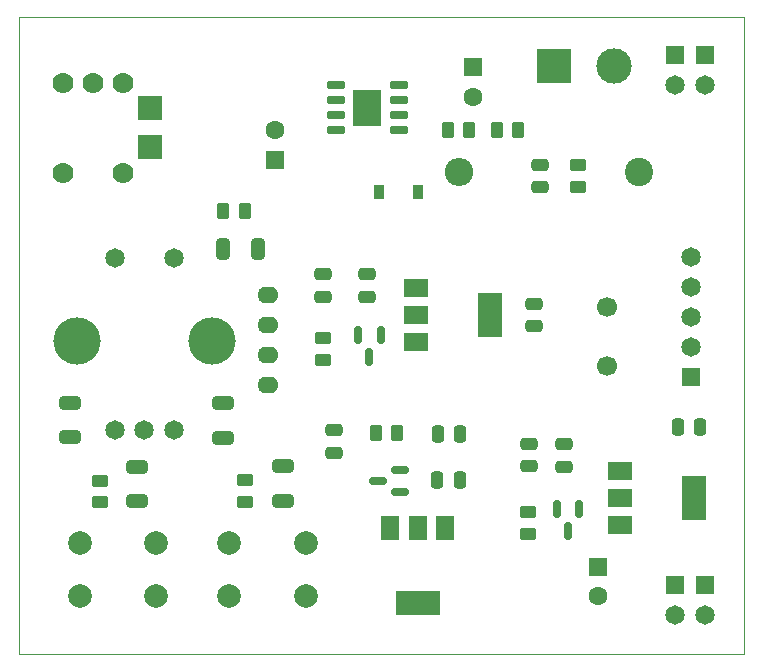
<source format=gbs>
%TF.GenerationSoftware,KiCad,Pcbnew,(6.0.1-0)*%
%TF.CreationDate,2022-06-02T12:12:10+03:00*%
%TF.ProjectId,VoltageRegulator,566f6c74-6167-4655-9265-67756c61746f,rev?*%
%TF.SameCoordinates,Original*%
%TF.FileFunction,Soldermask,Bot*%
%TF.FilePolarity,Negative*%
%FSLAX46Y46*%
G04 Gerber Fmt 4.6, Leading zero omitted, Abs format (unit mm)*
G04 Created by KiCad (PCBNEW (6.0.1-0)) date 2022-06-02 12:12:10*
%MOMM*%
%LPD*%
G01*
G04 APERTURE LIST*
G04 Aperture macros list*
%AMRoundRect*
0 Rectangle with rounded corners*
0 $1 Rounding radius*
0 $2 $3 $4 $5 $6 $7 $8 $9 X,Y pos of 4 corners*
0 Add a 4 corners polygon primitive as box body*
4,1,4,$2,$3,$4,$5,$6,$7,$8,$9,$2,$3,0*
0 Add four circle primitives for the rounded corners*
1,1,$1+$1,$2,$3*
1,1,$1+$1,$4,$5*
1,1,$1+$1,$6,$7*
1,1,$1+$1,$8,$9*
0 Add four rect primitives between the rounded corners*
20,1,$1+$1,$2,$3,$4,$5,0*
20,1,$1+$1,$4,$5,$6,$7,0*
20,1,$1+$1,$6,$7,$8,$9,0*
20,1,$1+$1,$8,$9,$2,$3,0*%
G04 Aperture macros list end*
%TA.AperFunction,Profile*%
%ADD10C,0.100000*%
%TD*%
%ADD11R,1.650000X1.650000*%
%ADD12C,1.650000*%
%ADD13C,2.400000*%
%ADD14O,2.400000X2.400000*%
%ADD15C,2.000000*%
%ADD16C,4.000000*%
%ADD17R,1.600000X1.600000*%
%ADD18C,1.600000*%
%ADD19O,1.778000X1.397000*%
%ADD20C,1.700000*%
%ADD21R,3.000000X3.000000*%
%ADD22C,3.000000*%
%ADD23RoundRect,0.250000X-0.262500X-0.450000X0.262500X-0.450000X0.262500X0.450000X-0.262500X0.450000X0*%
%ADD24R,2.000000X1.500000*%
%ADD25R,2.000000X3.800000*%
%ADD26RoundRect,0.250000X0.250000X0.475000X-0.250000X0.475000X-0.250000X-0.475000X0.250000X-0.475000X0*%
%ADD27RoundRect,0.250001X0.799999X0.799999X-0.799999X0.799999X-0.799999X-0.799999X0.799999X-0.799999X0*%
%ADD28RoundRect,0.250000X0.475000X-0.250000X0.475000X0.250000X-0.475000X0.250000X-0.475000X-0.250000X0*%
%ADD29RoundRect,0.250000X-0.450000X0.262500X-0.450000X-0.262500X0.450000X-0.262500X0.450000X0.262500X0*%
%ADD30RoundRect,0.250000X0.650000X-0.325000X0.650000X0.325000X-0.650000X0.325000X-0.650000X-0.325000X0*%
%ADD31RoundRect,0.150000X0.587500X0.150000X-0.587500X0.150000X-0.587500X-0.150000X0.587500X-0.150000X0*%
%ADD32R,1.500000X2.000000*%
%ADD33R,3.800000X2.000000*%
%ADD34RoundRect,0.150000X-0.150000X0.587500X-0.150000X-0.587500X0.150000X-0.587500X0.150000X0.587500X0*%
%ADD35RoundRect,0.150000X-0.650000X-0.150000X0.650000X-0.150000X0.650000X0.150000X-0.650000X0.150000X0*%
%ADD36R,2.410000X3.100000*%
%ADD37RoundRect,0.250000X0.262500X0.450000X-0.262500X0.450000X-0.262500X-0.450000X0.262500X-0.450000X0*%
%ADD38R,0.900000X1.200000*%
%ADD39RoundRect,0.250000X-0.475000X0.250000X-0.475000X-0.250000X0.475000X-0.250000X0.475000X0.250000X0*%
%ADD40RoundRect,0.250000X0.450000X-0.262500X0.450000X0.262500X-0.450000X0.262500X-0.450000X-0.262500X0*%
%ADD41RoundRect,0.250000X-0.250000X-0.475000X0.250000X-0.475000X0.250000X0.475000X-0.250000X0.475000X0*%
%ADD42C,1.778000*%
%ADD43RoundRect,0.250000X-0.325000X-0.650000X0.325000X-0.650000X0.325000X0.650000X-0.325000X0.650000X0*%
G04 APERTURE END LIST*
D10*
X41505308Y-38806895D02*
X-19874692Y-38806895D01*
X-19874692Y-38806895D02*
X-19874692Y15193105D01*
X-19874692Y15193105D02*
X41505308Y15193105D01*
X41505308Y15193105D02*
X41505308Y-38806895D01*
D11*
%TO.C,J7*%
X38205308Y11963105D03*
D12*
X38205308Y9423105D03*
%TD*%
D13*
%TO.C,R10*%
X32646208Y2014805D03*
D14*
X17406208Y2014805D03*
%TD*%
D15*
%TO.C,SW2*%
X4466108Y-33891395D03*
X-2033892Y-33891395D03*
X4466108Y-29391395D03*
X-2033892Y-29391395D03*
%TD*%
D11*
%TO.C,J8*%
X38205308Y-32936895D03*
D12*
X38205308Y-35476895D03*
%TD*%
D11*
%TO.C,J1*%
X37037708Y-15337195D03*
D12*
X37037708Y-12797195D03*
X37037708Y-10257195D03*
X37037708Y-7717195D03*
X37037708Y-5177195D03*
%TD*%
%TO.C,SW3*%
X-11754992Y-19773695D03*
X-6754992Y-19773695D03*
X-9254992Y-19773695D03*
D16*
X-14954992Y-12273695D03*
X-3554992Y-12273695D03*
D12*
X-11754992Y-5273695D03*
X-6754992Y-5273695D03*
%TD*%
D17*
%TO.C,C31*%
X29177608Y-31386095D03*
D18*
X29177608Y-33886095D03*
%TD*%
D19*
%TO.C,OL1*%
X1223208Y-8374495D03*
X1223208Y-10914495D03*
X1223208Y-13454495D03*
X1223208Y-15994495D03*
%TD*%
D15*
%TO.C,SW1*%
X-8216892Y-33891395D03*
X-14716892Y-33891395D03*
X-8216892Y-29391395D03*
X-14716892Y-29391395D03*
%TD*%
D11*
%TO.C,J6*%
X35705308Y-32936895D03*
D12*
X35705308Y-35476895D03*
%TD*%
D20*
%TO.C,Y1*%
X29944108Y-9413695D03*
X29944108Y-14413695D03*
%TD*%
D21*
%TO.C,J4*%
X25485108Y11048805D03*
D22*
X30565108Y11048805D03*
%TD*%
D11*
%TO.C,J5*%
X35705308Y11963105D03*
D12*
X35705308Y9423105D03*
%TD*%
D17*
%TO.C,C30*%
X18564708Y10916805D03*
D18*
X18564708Y8416805D03*
%TD*%
D17*
%TO.C,C13*%
X1790108Y3078605D03*
D18*
X1790108Y5578605D03*
%TD*%
D23*
%TO.C,R3*%
X10330608Y-20060095D03*
X12155608Y-20060095D03*
%TD*%
D24*
%TO.C,U1*%
X13755608Y-12371395D03*
D25*
X20055608Y-10071395D03*
D24*
X13755608Y-10071395D03*
X13755608Y-7771395D03*
%TD*%
D26*
%TO.C,C11*%
X37836308Y-19515395D03*
X35936308Y-19515395D03*
%TD*%
D27*
%TO.C,J2*%
X-8751992Y4155505D03*
%TD*%
D28*
%TO.C,C12*%
X6777108Y-21736495D03*
X6777108Y-19836495D03*
%TD*%
D29*
%TO.C,R17*%
X-691092Y-24059495D03*
X-691092Y-25884495D03*
%TD*%
D30*
%TO.C,C26*%
X-2552992Y-20471295D03*
X-2552992Y-17521295D03*
%TD*%
%TO.C,C20*%
X-9831592Y-25851495D03*
X-9831592Y-22901495D03*
%TD*%
D31*
%TO.C,Q3*%
X12376908Y-23158395D03*
X12376908Y-25058395D03*
X10501908Y-24108395D03*
%TD*%
D30*
%TO.C,C22*%
X2470108Y-25826995D03*
X2470108Y-22876995D03*
%TD*%
D27*
%TO.C,J3*%
X-8751992Y7455505D03*
%TD*%
D24*
%TO.C,U2*%
X31037808Y-27856695D03*
X31037808Y-25556695D03*
D25*
X37337808Y-25556695D03*
D24*
X31037808Y-23256695D03*
%TD*%
D28*
%TO.C,C10*%
X23787808Y-11021395D03*
X23787808Y-9121395D03*
%TD*%
D32*
%TO.C,U3*%
X11590308Y-28119195D03*
X13890308Y-28119195D03*
D33*
X13890308Y-34419195D03*
D32*
X16190308Y-28119195D03*
%TD*%
D34*
%TO.C,Q2*%
X8861408Y-11760895D03*
X10761408Y-11760895D03*
X9811408Y-13635895D03*
%TD*%
D28*
%TO.C,C2*%
X5888308Y-8529895D03*
X5888308Y-6629895D03*
%TD*%
D34*
%TO.C,Q1*%
X25688008Y-26482495D03*
X27588008Y-26482495D03*
X26638008Y-28357495D03*
%TD*%
D35*
%TO.C,U4*%
X6979108Y5568205D03*
X6979108Y6838205D03*
X6979108Y8108205D03*
X6979108Y9378205D03*
X12279108Y9378205D03*
X12279108Y8108205D03*
X12279108Y6838205D03*
X12279108Y5568205D03*
D36*
X9629108Y7473205D03*
%TD*%
D26*
%TO.C,C8*%
X17461008Y-24004195D03*
X15561008Y-24004195D03*
%TD*%
D23*
%TO.C,R8*%
X20582308Y5612005D03*
X22407308Y5612005D03*
%TD*%
D30*
%TO.C,C24*%
X-15522392Y-20433395D03*
X-15522392Y-17483395D03*
%TD*%
D29*
%TO.C,R16*%
X-12974392Y-24083995D03*
X-12974392Y-25908995D03*
%TD*%
D37*
%TO.C,R20*%
X-758492Y-1299295D03*
X-2583492Y-1299295D03*
%TD*%
D38*
%TO.C,D3*%
X13912308Y379605D03*
X10612308Y379605D03*
%TD*%
D28*
%TO.C,C3*%
X23325308Y-22854195D03*
X23325308Y-20954195D03*
%TD*%
D29*
%TO.C,R15*%
X27470708Y2635505D03*
X27470708Y810505D03*
%TD*%
D39*
%TO.C,C7*%
X26315808Y-20999795D03*
X26315808Y-22899795D03*
%TD*%
D37*
%TO.C,R7*%
X18287608Y5612005D03*
X16462608Y5612005D03*
%TD*%
D40*
%TO.C,R1*%
X5858308Y-13863795D03*
X5858308Y-12038795D03*
%TD*%
%TO.C,R2*%
X23273208Y-28592095D03*
X23273208Y-26767095D03*
%TD*%
D39*
%TO.C,C6*%
X9646908Y-6606195D03*
X9646908Y-8506195D03*
%TD*%
D41*
%TO.C,C4*%
X15580908Y-20177595D03*
X17480908Y-20177595D03*
%TD*%
D42*
%TO.C,S1*%
X-16086592Y1932005D03*
X-11006592Y1932005D03*
X-11006592Y9552005D03*
X-13546592Y9552005D03*
X-16086592Y9552005D03*
%TD*%
D43*
%TO.C,C29*%
X-2540092Y-4510795D03*
X409908Y-4510795D03*
%TD*%
D28*
%TO.C,C19*%
X24285008Y735005D03*
X24285008Y2635005D03*
%TD*%
M02*

</source>
